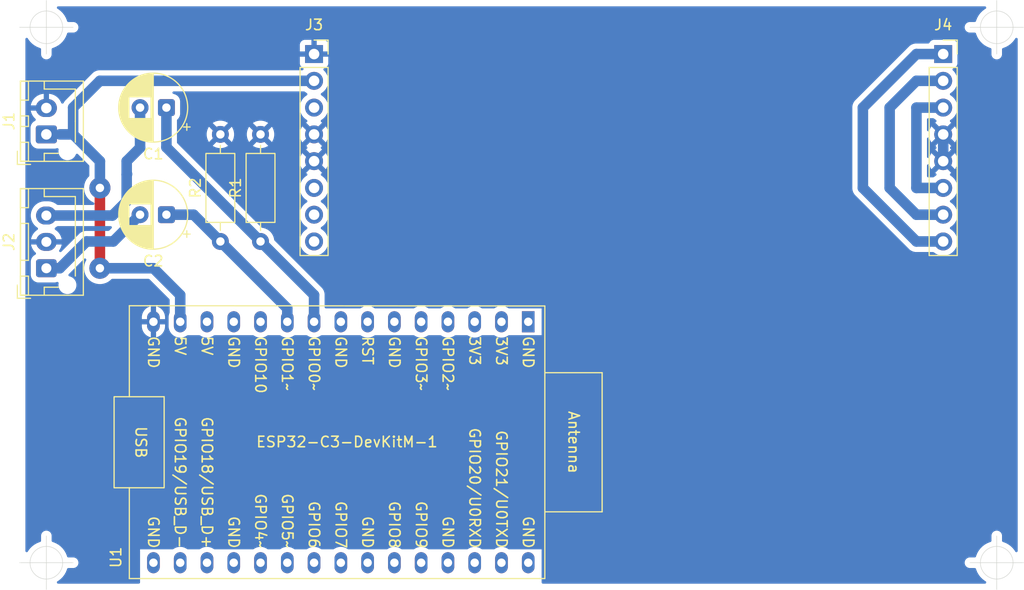
<source format=kicad_pcb>
(kicad_pcb (version 20241229) (generator "pcbnew") (generator_version "9.0")
  (layers (0 "F.Cu" signal) (2 "B.Cu" signal) (13 "F.Paste" user) (15 "B.Paste" user) (5 "F.SilkS" user "F.Silkscreen") (7 "B.SilkS" user "B.Silkscreen") (1 "F.Mask" user) (3 "B.Mask" user) (25 "Edge.Cuts" user))
  (net 0 "")
  (net 3 "3V3")
  (net 6 "5V")
  (net 8 "Net-(J2-Pin_3)")
  (net 16 "Net-(J2-Pin_1)")
  (net 17 "GND")
  (net 20 "Net-(J3-Pin_3)")
  (net 22 "Net-(J4-Pin_3)")
  (net 23 "Net-(J4-Pin_2)")
  (net 24 "Net-(J4-Pin_1)")
  (net 26 "Net-(U1-GPIO1)")
  (net 27 "Net-(U1-GPIO0)")
  (footprint "Resistor_THT:R_Axial_DIN0207_L6.3mm_D2.5mm_P10.16mm_Horizontal" (layer "F.Cu") (at 39.37 43.18 90)
    (property "Reference" "R2" (at 5.08 -2.37 90) (layer "F.SilkS"))
    (property "Value" "R")
    (fp_line (start 9.12 0) (end 8.35 0) (stroke (width 0.12)) (layer "F.SilkS"))
    (fp_line (start 1.04 0) (end 1.81 0) (stroke (width 0.12)) (layer "F.SilkS"))
    (fp_rect (start 1.81 -1.37) (end 8.35 1.37) (stroke (width 0.12)) (fill no) (layer "F.SilkS"))
    (pad "1" thru_hole circle (at 0 0 90) (size 1.6 1.6) (drill 0.8) (layers "*.Cu" "*.Mask") (net 26 "Net-(U1-GPIO1)"))
    (pad "2" thru_hole circle (at 10.16 0 90) (size 1.6 1.6) (drill 0.8) (layers "*.Cu" "*.Mask") (net 17 "GND"))
  )
  (footprint "Capacitor_THT:CP_Radial_D6.3mm_P2.50mm" (layer "F.Cu") (at 34.25 40.64 180)
    (property "Reference" "C2" (at 1.25 -4.4 0) (layer "F.SilkS"))
    (property "Value" "10 uF")
    (fp_line (start 4.49 -0.402) (end 4.49 0.402) (stroke (width 0.12)) (layer "F.SilkS"))
    (fp_line (start 4.45 -0.633) (end 4.45 0.633) (stroke (width 0.12)) (layer "F.SilkS"))
    (fp_line (start 4.41 -0.801) (end 4.41 0.801) (stroke (width 0.12)) (layer "F.SilkS"))
    (fp_line (start 4.37 -0.939) (end 4.37 0.939) (stroke (width 0.12)) (layer "F.SilkS"))
    (fp_line (start 4.33 -1.058) (end 4.33 1.058) (stroke (width 0.12)) (layer "F.SilkS"))
    (fp_line (start 4.29 -1.165) (end 4.29 1.165) (stroke (width 0.12)) (layer "F.SilkS"))
    (fp_line (start 4.25 -1.261) (end 4.25 1.261) (stroke (width 0.12)) (layer "F.SilkS"))
    (fp_line (start 4.21 -1.35) (end 4.21 1.35) (stroke (width 0.12)) (layer "F.SilkS"))
    (fp_line (start 4.17 -1.432) (end 4.17 1.432) (stroke (width 0.12)) (layer "F.SilkS"))
    (fp_line (start 4.13 -1.509) (end 4.13 1.509) (stroke (width 0.12)) (layer "F.SilkS"))
    (fp_line (start 4.09 -1.581) (end 4.09 1.581) (stroke (width 0.12)) (layer "F.SilkS"))
    (fp_line (start 4.05 -1.649) (end 4.05 1.649) (stroke (width 0.12)) (layer "F.SilkS"))
    (fp_line (start 4.01 -1.714) (end 4.01 1.714) (stroke (width 0.12)) (layer "F.SilkS"))
    (fp_line (start 3.97 -1.775) (end 3.97 1.775) (stroke (width 0.12)) (layer "F.SilkS"))
    (fp_line (start 3.93 -1.834) (end 3.93 1.834) (stroke (width 0.12)) (layer "F.SilkS"))
    (fp_line (start 3.89 -1.89) (end 3.89 1.89) (stroke (width 0.12)) (layer "F.SilkS"))
    (fp_line (start 3.85 -1.943) (end 3.85 1.943) (stroke (width 0.12)) (layer "F.SilkS"))
    (fp_line (start 3.81 -1.995) (end 3.81 1.995) (stroke (width 0.12)) (layer "F.SilkS"))
    (fp_line (start 3.77 -2.044) (end 3.77 2.044) (stroke (width 0.12)) (layer "F.SilkS"))
    (fp_line (start 3.73 -2.091) (end 3.73 2.091) (stroke (width 0.12)) (layer "F.SilkS"))
    (fp_line (start 3.69 -2.137) (end 3.69 2.137) (stroke (width 0.12)) (layer "F.SilkS"))
    (fp_line (start 3.65 -2.181) (end 3.65 2.181) (stroke (width 0.12)) (layer "F.SilkS"))
    (fp_line (start 3.61 -2.223) (end 3.61 2.223) (stroke (width 0.12)) (layer "F.SilkS"))
    (fp_line (start 3.57 -2.264) (end 3.57 2.264) (stroke (width 0.12)) (layer "F.SilkS"))
    (fp_line (start 3.53 1.04) (end 3.53 2.304) (stroke (width 0.12)) (layer "F.SilkS"))
    (fp_line (start 3.53 -2.304) (end 3.53 -1.04) (stroke (width 0.12)) (layer "F.SilkS"))
    (fp_line (start 3.49 1.04) (end 3.49 2.342) (stroke (width 0.12)) (layer "F.SilkS"))
    (fp_line (start 3.49 -2.342) (end 3.49 -1.04) (stroke (width 0.12)) (layer "F.SilkS"))
    (fp_line (start 3.45 1.04) (end 3.45 2.379) (stroke (width 0.12)) (layer "F.SilkS"))
    (fp_line (start 3.45 -2.379) (end 3.45 -1.04) (stroke (width 0.12)) (layer "F.SilkS"))
    (fp_line (start 3.41 1.04) (end 3.41 2.415) (stroke (width 0.12)) (layer "F.SilkS"))
    (fp_line (start 3.41 -2.415) (end 3.41 -1.04) (stroke (width 0.12)) (layer "F.SilkS"))
    (fp_line (start 3.37 1.04) (end 3.37 2.45) (stroke (width 0.12)) (layer "F.SilkS"))
    (fp_line (start 3.37 -2.45) (end 3.37 -1.04) (stroke (width 0.12)) (layer "F.SilkS"))
    (fp_line (start 3.33 1.04) (end 3.33 2.483) (stroke (width 0.12)) (layer "F.SilkS"))
    (fp_line (start 3.33 -2.483) (end 3.33 -1.04) (stroke (width 0.12)) (layer "F.SilkS"))
    (fp_line (start 3.29 1.04) (end 3.29 2.516) (stroke (width 0.12)) (layer "F.SilkS"))
    (fp_line (start 3.29 -2.516) (end 3.29 -1.04) (stroke (width 0.12)) (layer "F.SilkS"))
    (fp_line (start 3.25 1.04) (end 3.25 2.547) (stroke (width 0.12)) (layer "F.SilkS"))
    (fp_line (start 3.25 -2.547) (end 3.25 -1.04) (stroke (width 0.12)) (layer "F.SilkS"))
    (fp_line (start 3.21 1.04) (end 3.21 2.577) (stroke (width 0.12)) (layer "F.SilkS"))
    (fp_line (start 3.21 -2.577) (end 3.21 -1.04) (stroke (width 0.12)) (layer "F.SilkS"))
    (fp_line (start 3.17 1.04) (end 3.17 2.607) (stroke (width 0.12)) (layer "F.SilkS"))
    (fp_line (start 3.17 -2.607) (end 3.17 -1.04) (stroke (width 0.12)) (layer "F.SilkS"))
    (fp_line (start 3.13 1.04) (end 3.13 2.636) (stroke (width 0.12)) (layer "F.SilkS"))
    (fp_line (start 3.13 -2.636) (end 3.13 -1.04) (stroke (width 0.12)) (layer "F.SilkS"))
    (fp_line (start 3.09 1.04) (end 3.09 2.663) (stroke (width 0.12)) (layer "F.SilkS"))
    (fp_line (start 3.09 -2.663) (end 3.09 -1.04) (stroke (width 0.12)) (layer "F.SilkS"))
    (fp_line (start 3.05 1.04) (end 3.05 2.69) (stroke (width 0.12)) (layer "F.SilkS"))
    (fp_line (start 3.05 -2.69) (end 3.05 -1.04) (stroke (width 0.12)) (layer "F.SilkS"))
    (fp_line (start 3.01 1.04) (end 3.01 2.716) (stroke (width 0.12)) (layer "F.SilkS"))
    (fp_line (start 3.01 -2.716) (end 3.01 -1.04) (stroke (width 0.12)) (layer "F.SilkS"))
    (fp_line (start 2.97 1.04) (end 2.97 2.741) (stroke (width 0.12)) (layer "F.SilkS"))
    (fp_line (start 2.97 -2.741) (end 2.97 -1.04) (stroke (width 0.12)) (layer "F.SilkS"))
    (fp_line (start 2.93 1.04) (end 2.93 2.765) (stroke (width 0.12)) (layer "F.SilkS"))
    (fp_line (start 2.93 -2.765) (end 2.93 -1.04) (stroke (width 0.12)) (layer "F.SilkS"))
    (fp_line (start 2.89 1.04) (end 2.89 2.789) (stroke (width 0.12)) (layer "F.SilkS"))
    (fp_line (start 2.89 -2.789) (end 2.89 -1.04) (stroke (width 0.12)) (layer "F.SilkS"))
    (fp_line (start 2.85 1.04) (end 2.85 2.812) (stroke (width 0.12)) (layer "F.SilkS"))
    (fp_line (start 2.85 -2.812) (end 2.85 -1.04) (stroke (width 0.12)) (layer "F.SilkS"))
    (fp_line (start 2.81 1.04) (end 2.81 2.834) (stroke (width 0.12)) (layer "F.SilkS"))
    (fp_line (start 2.81 -2.834) (end 2.81 -1.04) (stroke (width 0.12)) (layer "F.SilkS"))
    (fp_line (start 2.77 1.04) (end 2.77 2.855) (stroke (width 0.12)) (layer "F.SilkS"))
    (fp_line (start 2.77 -2.855) (end 2.77 -1.04) (stroke (width 0.12)) (layer "F.SilkS"))
    (fp_line (start 2.73 1.04) (end 2.73 2.876) (stroke (width 0.12)) (layer "F.SilkS"))
    (fp_line (start 2.73 -2.876) (end 2.73 -1.04) (stroke (width 0.12)) (layer "F.SilkS"))
    (fp_line (start 2.69 1.04) (end 2.69 2.896) (stroke (width 0.12)) (layer "F.SilkS"))
    (fp_line (start 2.69 -2.896) (end 2.69 -1.04) (stroke (width 0.12)) (layer "F.SilkS"))
    (fp_line (start 2.65 1.04) (end 2.65 2.915) (stroke (width 0.12)) (layer "F.SilkS"))
    (fp_line (start 2.65 -2.915) (end 2.65 -1.04) (stroke (width 0.12)) (layer "F.SilkS"))
    (fp_line (start 2.61 1.04) (end 2.61 2.934) (stroke (width 0.12)) (layer "F.SilkS"))
    (fp_line (start 2.61 -2.934) (end 2.61 -1.04) (stroke (width 0.12)) (layer "F.SilkS"))
    (fp_line (start 2.57 1.04) (end 2.57 2.952) (stroke (width 0.12)) (layer "F.SilkS"))
    (fp_line (start 2.57 -2.952) (end 2.57 -1.04) (stroke (width 0.12)) (layer "F.SilkS"))
    (fp_line (start 2.53 1.04) (end 2.53 2.969) (stroke (width 0.12)) (layer "F.SilkS"))
    (fp_line (start 2.53 -2.969) (end 2.53 -1.04) (stroke (width 0.12)) (layer "F.SilkS"))
    (fp_line (start 2.49 1.04) (end 2.49 2.986) (stroke (width 0.12)) (layer "F.SilkS"))
    (fp_line (start 2.49 -2.986) (end 2.49 -1.04) (stroke (width 0.12)) (layer "F.SilkS"))
    (fp_line (start 2.45 1.04) (end 2.45 3.002) (stroke (width 0.12)) (layer "F.SilkS"))
    (fp_line (start 2.45 -3.002) (end 2.45 -1.04) (stroke (width 0.12)) (layer "F.SilkS"))
    (fp_line (start 2.41 1.04) (end 2.41 3.017) (stroke (width 0.12)) (layer "F.SilkS"))
    (fp_line (start 2.41 -3.017) (end 2.41 -1.04) (stroke (width 0.12)) (layer "F.SilkS"))
    (fp_line (start 2.37 1.04) (end 2.37 3.032) (stroke (width 0.12)) (layer "F.SilkS"))
    (fp_line (start 2.37 -3.032) (end 2.37 -1.04) (stroke (width 0.12)) (layer "F.SilkS"))
    (fp_line (start 2.33 1.04) (end 2.33 3.047) (stroke (width 0.12)) (layer "F.SilkS"))
    (fp_line (start 2.33 -3.047) (end 2.33 -1.04) (stroke (width 0.12)) (layer "F.SilkS"))
    (fp_line (start 2.29 1.04) (end 2.29 3.06) (stroke (width 0.12)) (layer "F.SilkS"))
    (fp_line (start 2.29 -3.06) (end 2.29 -1.04) (stroke (width 0.12)) (layer "F.SilkS"))
    (fp_line (start 2.25 1.04) (end 2.25 3.073) (stroke (width 0.12)) (layer "F.SilkS"))
    (fp_line (start 2.25 -3.073) (end 2.25 -1.04) (stroke (width 0.12)) (layer "F.SilkS"))
    (fp_line (start 2.21 1.04) (end 2.21 3.086) (stroke (width 0.12)) (layer "F.SilkS"))
    (fp_line (start 2.21 -3.086) (end 2.21 -1.04) (stroke (width 0.12)) (layer "F.SilkS"))
    (fp_line (start 2.17 1.04) (end 2.17 3.098) (stroke (width 0.12)) (layer "F.SilkS"))
    (fp_line (start 2.17 -3.098) (end 2.17 -1.04) (stroke (width 0.12)) (layer "F.SilkS"))
    (fp_line (start 2.13 1.04) (end 2.13 3.109) (stroke (width 0.12)) (layer "F.SilkS"))
    (fp_line (start 2.13 -3.109) (end 2.13 -1.04) (stroke (width 0.12)) (layer "F.SilkS"))
    (fp_line (start 2.09 1.04) (end 2.09 3.12) (stroke (width 0.12)) (layer "F.SilkS"))
    (fp_line (start 2.09 -3.12) (end 2.09 -1.04) (stroke (width 0.12)) (layer "F.SilkS"))
    (fp_line (start 2.05 1.04) (end 2.05 3.131) (stroke (width 0.12)) (layer "F.SilkS"))
    (fp_line (start 2.05 -3.131) (end 2.05 -1.04) (stroke (width 0.12)) (layer "F.SilkS"))
    (fp_line (start 2.01 1.04) (end 2.01 3.14) (stroke (width 0.12)) (layer "F.SilkS"))
    (fp_line (start 2.01 -3.14) (end 2.01 -1.04) (stroke (width 0.12)) (layer "F.SilkS"))
    (fp_line (start 1.97 1.04) (end 1.97 3.15) (stroke (width 0.12)) (layer "F.SilkS"))
    (fp_line (start 1.97 -3.15) (end 1.97 -1.04) (stroke (width 0.12)) (layer "F.SilkS"))
    (fp_line (start 1.93 1.04) (end 1.93 3.159) (stroke (width 0.12)) (layer "F.SilkS"))
    (fp_line (start 1.93 -3.159) (end 1.93 -1.04) (stroke (width 0.12)) (layer "F.SilkS"))
    (fp_line (start 1.89 1.04) (end 1.89 3.167) (stroke (width 0.12)) (layer "F.SilkS"))
    (fp_line (start 1.89 -3.167) (end 1.89 -1.04) (stroke (width 0.12)) (layer "F.SilkS"))
    (fp_line (start 1.85 1.04) (end 1.85 3.174) (stroke (width 0.12)) (layer "F.SilkS"))
    (fp_line (start 1.85 -3.174) (end 1.85 -1.04) (stroke (width 0.12)) (layer "F.SilkS"))
    (fp_line (start 1.81 1.04) (end 1.81 3.182) (stroke (width 0.12)) (layer "F.SilkS"))
    (fp_line (start 1.81 -3.182) (end 1.81 -1.04) (stroke (width 0.12)) (layer "F.SilkS"))
    (fp_line (start 1.77 1.04) (end 1.77 3.188) (stroke (width 0.12)) (layer "F.SilkS"))
    (fp_line (start 1.77 -3.188) (end 1.77 -1.04) (stroke (width 0.12)) (layer "F.SilkS"))
    (fp_line (start 1.73 1.04) (end 1.73 3.195) (stroke (width 0.12)) (layer "F.SilkS"))
    (fp_line (start 1.73 -3.195) (end 1.73 -1.04) (stroke (width 0.12)) (layer "F.SilkS"))
    (fp_line (start 1.69 1.04) (end 1.69 3.2) (stroke (width 0.12)) (layer "F.SilkS"))
    (fp_line (start 1.69 -3.2) (end 1.69 -1.04) (stroke (width 0.12)) (layer "F.SilkS"))
    (fp_line (start 1.65 1.04) (end 1.65 3.205) (stroke (width 0.12)) (layer "F.SilkS"))
    (fp_line (start 1.65 -3.205) (end 1.65 -1.04) (stroke (width 0.12)) (layer "F.SilkS"))
    (fp_line (start 1.61 1.04) (end 1.61 3.21) (stroke (width 0.12)) (layer "F.SilkS"))
    (fp_line (start 1.61 -3.21) (end 1.61 -1.04) (stroke (width 0.12)) (layer "F.SilkS"))
    (fp_line (start 1.57 1.04) (end 1.57 3.214) (stroke (width 0.12)) (layer "F.SilkS"))
    (fp_line (start 1.57 -3.214) (end 1.57 -1.04) (stroke (width 0.12)) (layer "F.SilkS"))
    (fp_line (start 1.53 1.04) (end 1.53 3.218) (stroke (width 0.12)) (layer "F.SilkS"))
    (fp_line (start 1.53 -3.218) (end 1.53 -1.04) (stroke (width 0.12)) (layer "F.SilkS"))
    (fp_line (start 1.49 1.04) (end 1.49 3.221) (stroke (width 0.12)) (layer "F.SilkS"))
    (fp_line (start 1.49 -3.221) (end 1.49 -1.04) (stroke (width 0.12)) (layer "F.SilkS"))
    (fp_line (start 1.45 -3.224) (end 1.45 3.224) (stroke (width 0.12)) (layer "F.SilkS"))
    (fp_line (start 1.41 -3.226) (end 1.41 3.226) (stroke (width 0.12)) (layer "F.SilkS"))
    (fp_line (start 1.37 -3.228) (end 1.37 3.228) (stroke (width 0.12)) (layer "F.SilkS"))
    (fp_line (start 1.33 -3.229) (end 1.33 3.229) (stroke (width 0.12)) (layer "F.SilkS"))
    (fp_line (start 1.29 -3.23) (end 1.29 3.23) (stroke (width 0.12)) (layer "F.SilkS"))
    (fp_line (start 1.25 -3.23) (end 1.25 3.23) (stroke (width 0.12)) (layer "F.SilkS"))
    (fp_line (start -1.935241 -2.154) (end -1.935241 -1.524) (stroke (width 0.12)) (layer "F.SilkS"))
    (fp_line (start -2.250241 -1.839) (end -1.620241 -1.839) (stroke (width 0.12)) (layer "F.SilkS"))
    (fp_circle (center 1.25 0) (end 4.52 0) (stroke (width 0.12)) (fill no) (layer "F.SilkS"))
    (pad "1" thru_hole roundrect (at 0 0 180) (size 1.6 1.6) (drill 0.8) (layers "*.Cu" "*.Mask") (roundrect_rratio 0.15625) (net 26 "Net-(U1-GPIO1)"))
    (pad "2" thru_hole circle (at 2.5 0 180) (size 1.6 1.6) (drill 0.8) (layers "*.Cu" "*.Mask") (net 16 "Net-(J2-Pin_1)"))
  )
  (footprint "Connector_JST:JST_XH_B3B-XH-AM_1x03_P2.50mm_Vertical" (layer "F.Cu") (at 22.86 45.72 90)
    (property "Reference" "J2" (at 2.5 -3.55 90) (layer "F.SilkS"))
    (property "Value" "Conn_01x03_Pin")
    (fp_line (start -1.6 -2.75) (end -2.85 -2.75) (stroke (width 0.12)) (layer "F.SilkS"))
    (fp_line (start -2.85 -2.75) (end -2.85 -1.5) (stroke (width 0.12)) (layer "F.SilkS"))
    (fp_line (start 7.56 -2.46) (end -2.56 -2.46) (stroke (width 0.12)) (layer "F.SilkS"))
    (fp_line (start -2.56 -2.46) (end -2.56 3.51) (stroke (width 0.12)) (layer "F.SilkS"))
    (fp_line (start 7.55 -2.45) (end 5.75 -2.45) (stroke (width 0.12)) (layer "F.SilkS"))
    (fp_line (start 5.75 -2.45) (end 5.75 -1.7) (stroke (width 0.12)) (layer "F.SilkS"))
    (fp_line (start 4.25 -2.45) (end 0.75 -2.45) (stroke (width 0.12)) (layer "F.SilkS"))
    (fp_line (start 0.75 -2.45) (end 0.75 -1.7) (stroke (width 0.12)) (layer "F.SilkS"))
    (fp_line (start -0.75 -2.45) (end -2.55 -2.45) (stroke (width 0.12)) (layer "F.SilkS"))
    (fp_line (start -2.55 -2.45) (end -2.55 -1.7) (stroke (width 0.12)) (layer "F.SilkS"))
    (fp_line (start 7.55 -1.7) (end 7.55 -2.45) (stroke (width 0.12)) (layer "F.SilkS"))
    (fp_line (start 5.75 -1.7) (end 7.55 -1.7) (stroke (width 0.12)) (layer "F.SilkS"))
    (fp_line (start 4.25 -1.7) (end 4.25 -2.45) (stroke (width 0.12)) (layer "F.SilkS"))
    (fp_line (start 0.75 -1.7) (end 4.25 -1.7) (stroke (width 0.12)) (layer "F.SilkS"))
    (fp_line (start -0.75 -1.7) (end -0.75 -2.45) (stroke (width 0.12)) (layer "F.SilkS"))
    (fp_line (start -2.55 -1.7) (end -0.75 -1.7) (stroke (width 0.12)) (layer "F.SilkS"))
    (fp_line (start 7.55 -0.2) (end 6.8 -0.2) (stroke (width 0.12)) (layer "F.SilkS"))
    (fp_line (start 6.8 -0.2) (end 6.8 2.75) (stroke (width 0.12)) (layer "F.SilkS"))
    (fp_line (start -1.8 -0.2) (end -1.8 1.14) (stroke (width 0.12)) (layer "F.SilkS"))
    (fp_line (start -2.55 -0.2) (end -1.8 -0.2) (stroke (width 0.12)) (layer "F.SilkS"))
    (fp_line (start 6.8 2.75) (end 2.5 2.75) (stroke (width 0.12)) (layer "F.SilkS"))
    (fp_line (start 2.5 2.75) (end -0.74 2.75) (stroke (width 0.12)) (layer "F.SilkS"))
    (fp_line (start 7.56 3.51) (end 7.56 -2.46) (stroke (width 0.12)) (layer "F.SilkS"))
    (fp_line (start -2.56 3.51) (end 7.56 3.51) (stroke (width 0.12)) (layer "F.SilkS"))
    (pad "" np_thru_hole circle (at -1.6 2 90) (size 1.2 1.2) (drill 1.2) (layers "*.Cu" "*.Mask"))
    (pad "1" thru_hole roundrect (at 0 0 90) (size 1.7 1.95) (drill 0.95) (layers "*.Cu" "*.Mask") (roundrect_rratio 0.147059) (net 16 "Net-(J2-Pin_1)"))
    (pad "2" thru_hole oval (at 2.5 0 90) (size 1.7 1.95) (drill 0.95) (layers "*.Cu" "*.Mask") (net 17 "GND"))
    (pad "3" thru_hole oval (at 5 0 90) (size 1.7 1.95) (drill 0.95) (layers "*.Cu" "*.Mask") (net 8 "Net-(J2-Pin_3)"))
  )
  (footprint "Connector_PinSocket_2.54mm:PinSocket_1x08_P2.54mm_Vertical" (layer "F.Cu") (at 107.95 25.4)
    (property "Reference" "J4" (at 0 -2.77 0) (layer "F.SilkS"))
    (property "Value" "Conn_01x08_Socket")
    (fp_line (start -1.33 1.27) (end -1.33 19.11) (stroke (width 0.12)) (layer "F.SilkS"))
    (fp_line (start -1.33 1.27) (end 1.33 1.27) (stroke (width 0.12)) (layer "F.SilkS"))
    (fp_line (start -1.33 19.11) (end 1.33 19.11) (stroke (width 0.12)) (layer "F.SilkS"))
    (fp_line (start 0 -1.33) (end 1.33 -1.33) (stroke (width 0.12)) (layer "F.SilkS"))
    (fp_line (start 1.33 -1.33) (end 1.33 0) (stroke (width 0.12)) (layer "F.SilkS"))
    (fp_line (start 1.33 1.27) (end 1.33 19.11) (stroke (width 0.12)) (layer "F.SilkS"))
    (pad "1" thru_hole rect (at 0 0) (size 1.7 1.7) (drill 1) (layers "*.Cu" "*.Mask") (net 24 "Net-(J4-Pin_1)"))
    (pad "2" thru_hole circle (at 0 2.54) (size 1.7 1.7) (drill 1) (layers "*.Cu" "*.Mask") (net 23 "Net-(J4-Pin_2)"))
    (pad "3" thru_hole circle (at 0 5.08) (size 1.7 1.7) (drill 1) (layers "*.Cu" "*.Mask") (net 22 "Net-(J4-Pin_3)"))
    (pad "4" thru_hole circle (at 0 7.62) (size 1.7 1.7) (drill 1) (layers "*.Cu" "*.Mask") (net 17 "GND"))
    (pad "5" thru_hole circle (at 0 10.16) (size 1.7 1.7) (drill 1) (layers "*.Cu" "*.Mask") (net 17 "GND"))
    (pad "6" thru_hole circle (at 0 12.7) (size 1.7 1.7) (drill 1) (layers "*.Cu" "*.Mask") (net 22 "Net-(J4-Pin_3)"))
    (pad "7" thru_hole circle (at 0 15.24) (size 1.7 1.7) (drill 1) (layers "*.Cu" "*.Mask") (net 23 "Net-(J4-Pin_2)"))
    (pad "8" thru_hole circle (at 0 17.78) (size 1.7 1.7) (drill 1) (layers "*.Cu" "*.Mask") (net 24 "Net-(J4-Pin_1)"))
  )
  (footprint "Connector_PinSocket_2.54mm:PinSocket_1x08_P2.54mm_Vertical" (layer "F.Cu") (at 48.26 25.4)
    (property "Reference" "J3" (at 0 -2.77 0) (layer "F.SilkS"))
    (property "Value" "Conn_01x08_Socket")
    (fp_line (start -1.33 1.27) (end -1.33 19.11) (stroke (width 0.12)) (layer "F.SilkS"))
    (fp_line (start -1.33 1.27) (end 1.33 1.27) (stroke (width 0.12)) (layer "F.SilkS"))
    (fp_line (start -1.33 19.11) (end 1.33 19.11) (stroke (width 0.12)) (layer "F.SilkS"))
    (fp_line (start 0 -1.33) (end 1.33 -1.33) (stroke (width 0.12)) (layer "F.SilkS"))
    (fp_line (start 1.33 -1.33) (end 1.33 0) (stroke (width 0.12)) (layer "F.SilkS"))
    (fp_line (start 1.33 1.27) (end 1.33 19.11) (stroke (width 0.12)) (layer "F.SilkS"))
    (pad "1" thru_hole rect (at 0 0) (size 1.7 1.7) (drill 1) (layers "*.Cu" "*.Mask") (net 17 "GND"))
    (pad "2" thru_hole circle (at 0 2.54) (size 1.7 1.7) (drill 1) (layers "*.Cu" "*.Mask") (net 6 "5V"))
    (pad "3" thru_hole circle (at 0 5.08) (size 1.7 1.7) (drill 1) (layers "*.Cu" "*.Mask") (net 20 "Net-(J3-Pin_3)"))
    (pad "4" thru_hole circle (at 0 7.62) (size 1.7 1.7) (drill 1) (layers "*.Cu" "*.Mask") (net 17 "GND"))
    (pad "5" thru_hole circle (at 0 10.16) (size 1.7 1.7) (drill 1) (layers "*.Cu" "*.Mask") (net 17 "GND"))
    (pad "6" thru_hole circle (at 0 12.7) (size 1.7 1.7) (drill 1) (layers "*.Cu" "*.Mask"))
    (pad "7" thru_hole circle (at 0 15.24) (size 1.7 1.7) (drill 1) (layers "*.Cu" "*.Mask"))
    (pad "8" thru_hole circle (at 0 17.78) (size 1.7 1.7) (drill 1) (layers "*.Cu" "*.Mask"))
  )
  (footprint "Capacitor_THT:CP_Radial_D6.3mm_P2.50mm" (layer "F.Cu") (at 34.25 30.48 180)
    (property "Reference" "C1" (at 1.25 -4.4 0) (layer "F.SilkS"))
    (property "Value" "10 uF")
    (fp_line (start 4.49 -0.402) (end 4.49 0.402) (stroke (width 0.12)) (layer "F.SilkS"))
    (fp_line (start 4.45 -0.633) (end 4.45 0.633) (stroke (width 0.12)) (layer "F.SilkS"))
    (fp_line (start 4.41 -0.801) (end 4.41 0.801) (stroke (width 0.12)) (layer "F.SilkS"))
    (fp_line (start 4.37 -0.939) (end 4.37 0.939) (stroke (width 0.12)) (layer "F.SilkS"))
    (fp_line (start 4.33 -1.058) (end 4.33 1.058) (stroke (width 0.12)) (layer "F.SilkS"))
    (fp_line (start 4.29 -1.165) (end 4.29 1.165) (stroke (width 0.12)) (layer "F.SilkS"))
    (fp_line (start 4.25 -1.261) (end 4.25 1.261) (stroke (width 0.12)) (layer "F.SilkS"))
    (fp_line (start 4.21 -1.35) (end 4.21 1.35) (stroke (width 0.12)) (layer "F.SilkS"))
    (fp_line (start 4.17 -1.432) (end 4.17 1.432) (stroke (width 0.12)) (layer "F.SilkS"))
    (fp_line (start 4.13 -1.509) (end 4.13 1.509) (stroke (width 0.12)) (layer "F.SilkS"))
    (fp_line (start 4.09 -1.581) (end 4.09 1.581) (stroke (width 0.12)) (layer "F.SilkS"))
    (fp_line (start 4.05 -1.649) (end 4.05 1.649) (stroke (width 0.12)) (layer "F.SilkS"))
    (fp_line (start 4.01 -1.714) (end 4.01 1.714) (stroke (width 0.12)) (layer "F.SilkS"))
    (fp_line (start 3.97 -1.775) (end 3.97 1.775) (stroke (width 0.12)) (layer "F.SilkS"))
    (fp_line (start 3.93 -1.834) (end 3.93 1.834) (stroke (width 0.12)) (layer "F.SilkS"))
    (fp_line (start 3.89 -1.89) (end 3.89 1.89) (stroke (width 0.12)) (layer "F.SilkS"))
    (fp_line (start 3.85 -1.943) (end 3.85 1.943) (stroke (width 0.12)) (layer "F.SilkS"))
    (fp_line (start 3.81 -1.995) (end 3.81 1.995) (stroke (width 0.12)) (layer "F.SilkS"))
    (fp_line (start 3.77 -2.044) (end 3.77 2.044) (stroke (width 0.12)) (layer "F.SilkS"))
    (fp_line (start 3.73 -2.091) (end 3.73 2.091) (stroke (width 0.12)) (layer "F.SilkS"))
    (fp_line (start 3.69 -2.137) (end 3.69 2.137) (stroke (width 0.12)) (layer "F.SilkS"))
    (fp_line (start 3.65 -2.181) (end 3.65 2.181) (stroke (width 0.12)) (layer "F.SilkS"))
    (fp_line (start 3.61 -2.223) (end 3.61 2.223) (stroke (width 0.12)) (layer "F.SilkS"))
    (fp_line (start 3.57 -2.264) (end 3.57 2.264) (stroke (width 0.12)) (layer "F.SilkS"))
    (fp_line (start 3.53 1.04) (end 3.53 2.304) (stroke (width 0.12)) (layer "F.SilkS"))
    (fp_line (start 3.53 -2.304) (end 3.53 -1.04) (stroke (width 0.12)) (layer "F.SilkS"))
    (fp_line (start 3.49 1.04) (end 3.49 2.342) (stroke (width 0.12)) (layer "F.SilkS"))
    (fp_line (start 3.49 -2.342) (end 3.49 -1.04) (stroke (width 0.12)) (layer "F.SilkS"))
    (fp_line (start 3.45 1.04) (end 3.45 2.379) (stroke (width 0.12)) (layer "F.SilkS"))
    (fp_line (start 3.45 -2.379) (end 3.45 -1.04) (stroke (width 0.12)) (layer "F.SilkS"))
    (fp_line (start 3.41 1.04) (end 3.41 2.415) (stroke (width 0.12)) (layer "F.SilkS"))
    (fp_line (start 3.41 -2.415) (end 3.41 -1.04) (stroke (width 0.12)) (layer "F.SilkS"))
    (fp_line (start 3.37 1.04) (end 3.37 2.45) (stroke (width 0.12)) (layer "F.SilkS"))
    (fp_line (start 3.37 -2.45) (end 3.37 -1.04) (stroke (width 0.12)) (layer "F.SilkS"))
    (fp_line (start 3.33 1.04) (end 3.33 2.483) (stroke (width 0.12)) (layer "F.SilkS"))
    (fp_line (start 3.33 -2.483) (end 3.33 -1.04) (stroke (width 0.12)) (layer "F.SilkS"))
    (fp_line (start 3.29 1.04) (end 3.29 2.516) (stroke (width 0.12)) (layer "F.SilkS"))
    (fp_line (start 3.29 -2.516) (end 3.29 -1.04) (stroke (width 0.12)) (layer "F.SilkS"))
    (fp_line (start 3.25 1.04) (end 3.25 2.547) (stroke (width 0.12)) (layer "F.SilkS"))
    (fp_line (start 3.25 -2.547) (end 3.25 -1.04) (stroke (width 0.12)) (layer "F.SilkS"))
    (fp_line (start 3.21 1.04) (end 3.21 2.577) (stroke (width 0.12)) (layer "F.SilkS"))
    (fp_line (start 3.21 -2.577) (end 3.21 -1.04) (stroke (width 0.12)) (layer "F.SilkS"))
    (fp_line (start 3.17 1.04) (end 3.17 2.607) (stroke (width 0.12)) (layer "F.SilkS"))
    (fp_line (start 3.17 -2.607) (end 3.17 -1.04) (stroke (width 0.12)) (layer "F.SilkS"))
    (fp_line (start 3.13 1.04) (end 3.13 2.636) (stroke (width 0.12)) (layer "F.SilkS"))
    (fp_line (start 3.13 -2.636) (end 3.13 -1.04) (stroke (width 0.12)) (layer "F.SilkS"))
    (fp_line (start 3.09 1.04) (end 3.09 2.663) (stroke (width 0.12)) (layer "F.SilkS"))
    (fp_line (start 3.09 -2.663) (end 3.09 -1.04) (stroke (width 0.12)) (layer "F.SilkS"))
    (fp_line (start 3.05 1.04) (end 3.05 2.69) (stroke (width 0.12)) (layer "F.SilkS"))
    (fp_line (start 3.05 -2.69) (end 3.05 -1.04) (stroke (width 0.12)) (layer "F.SilkS"))
    (fp_line (start 3.01 1.04) (end 3.01 2.716) (stroke (width 0.12)) (layer "F.SilkS"))
    (fp_line (start 3.01 -2.716) (end 3.01 -1.04) (stroke (width 0.12)) (layer "F.SilkS"))
    (fp_line (start 2.97 1.04) (end 2.97 2.741) (stroke (width 0.12)) (layer "F.SilkS"))
    (fp_line (start 2.97 -2.741) (end 2.97 -1.04) (stroke (width 0.12)) (layer "F.SilkS"))
    (fp_line (start 2.93 1.04) (end 2.93 2.765) (stroke (width 0.12)) (layer "F.SilkS"))
    (fp_line (start 2.93 -2.765) (end 2.93 -1.04) (stroke (width 0.12)) (layer "F.SilkS"))
    (fp_line (start 2.89 1.04) (end 2.89 2.789) (stroke (width 0.12)) (layer "F.SilkS"))
    (fp_line (start 2.89 -2.789) (end 2.89 -1.04) (stroke (width 0.12)) (layer "F.SilkS"))
    (fp_line (start 2.85 1.04) (end 2.85 2.812) (stroke (width 0.12)) (layer "F.SilkS"))
    (fp_line (start 2.85 -2.812) (end 2.85 -1.04) (stroke (width 0.12)) (layer "F.SilkS"))
    (fp_line (start 2.81 1.04) (end 2.81 2.834) (stroke (width 0.12)) (layer "F.SilkS"))
    (fp_line (start 2.81 -2.834) (end 2.81 -1.04) (stroke (width 0.12)) (layer "F.SilkS"))
    (fp_line (start 2.77 1.04) (end 2.77 2.855) (stroke (width 0.12)) (layer "F.SilkS"))
    (fp_line (start 2.77 -2.855) (end 2.77 -1.04) (stroke (width 0.12)) (layer "F.SilkS"))
    (fp_line (start 2.73 1.04) (end 2.73 2.876) (stroke (width 0.12)) (layer "F.SilkS"))
    (fp_line (start 2.73 -2.876) (end 2.73 -1.04) (stroke (width 0.12)) (layer "F.SilkS"))
    (fp_line (start 2.69 1.04) (end 2.69 2.896) (stroke (width 0.12)) (layer "F.SilkS"))
    (fp_line (start 2.69 -2.896) (end 2.69 -1.04) (stroke (width 0.12)) (layer "F.SilkS"))
    (fp_line (start 2.65 1.04) (end 2.65 2.915) (stroke (width 0.12)) (layer "F.SilkS"))
    (fp_line (start 2.65 -2.915) (end 2.65 -1.04) (stroke (width 0.12)) (layer "F.SilkS"))
    (fp_line (start 2.61 1.04) (end 2.61 2.934) (stroke (width 0.12)) (layer "F.SilkS"))
    (fp_line (start 2.61 -2.934) (end 2.61 -1.04) (stroke (width 0.12)) (layer "F.SilkS"))
    (fp_line (start 2.57 1.04) (end 2.57 2.952) (stroke (width 0.12)) (layer "F.SilkS"))
    (fp_line (start 2.57 -2.952) (end 2.57 -1.04) (stroke (width 0.12)) (layer "F.SilkS"))
    (fp_line (start 2.53 1.04) (end 2.53 2.969) (stroke (width 0.12)) (layer "F.SilkS"))
    (fp_line (start 2.53 -2.969) (end 2.53 -1.04) (stroke (width 0.12)) (layer "F.SilkS"))
    (fp_line (start 2.49 1.04) (end 2.49 2.986) (stroke (width 0.12)) (layer "F.SilkS"))
    (fp_line (start 2.49 -2.986) (end 2.49 -1.04) (stroke (width 0.12)) (layer "F.SilkS"))
    (fp_line (start 2.45 1.04) (end 2.45 3.002) (stroke (width 0.12)) (layer "F.SilkS"))
    (fp_line (start 2.45 -3.002) (end 2.45 -1.04) (stroke (width 0.12)) (layer "F.SilkS"))
    (fp_line (start 2.41 1.04) (end 2.41 3.017) (stroke (width 0.12)) (layer "F.SilkS"))
    (fp_line (start 2.41 -3.017) (end 2.41 -1.04) (stroke (width 0.12)) (layer "F.SilkS"))
    (fp_line (start 2.37 1.04) (end 2.37 3.032) (stroke (width 0.12)) (layer "F.SilkS"))
    (fp_line (start 2.37 -3.032) (end 2.37 -1.04) (stroke (width 0.12)) (layer "F.SilkS"))
    (fp_line (start 2.33 1.04) (end 2.33 3.047) (stroke (width 0.12)) (layer "F.SilkS"))
    (fp_line (start 2.33 -3.047) (end 2.33 -1.04) (stroke (width 0.12)) (layer "F.SilkS"))
    (fp_line (start 2.29 1.04) (end 2.29 3.06) (stroke (width 0.12)) (layer "F.SilkS"))
    (fp_line (start 2.29 -3.06) (end 2.29 -1.04) (stroke (width 0.12)) (layer "F.SilkS"))
    (fp_line (start 2.25 1.04) (end 2.25 3.073) (stroke (width 0.12)) (layer "F.SilkS"))
    (fp_line (start 2.25 -3.073) (end 2.25 -1.04) (stroke (width 0.12)) (layer "F.SilkS"))
    (fp_line (start 2.21 1.04) (end 2.21 3.086) (stroke (width 0.12)) (layer "F.SilkS"))
    (fp_line (start 2.21 -3.086) (end 2.21 -1.04) (stroke (width 0.12)) (layer "F.SilkS"))
    (fp_line (start 2.17 1.04) (end 2.17 3.098) (stroke (width 0.12)) (layer "F.SilkS"))
    (fp_line (start 2.17 -3.098) (end 2.17 -1.04) (stroke (width 0.12)) (layer "F.SilkS"))
    (fp_line (start 2.13 1.04) (end 2.13 3.109) (stroke (width 0.12)) (layer "F.SilkS"))
    (fp_line (start 2.13 -3.109) (end 2.13 -1.04) (stroke (width 0.12)) (layer "F.SilkS"))
    (fp_line (start 2.09 1.04) (end 2.09 3.12) (stroke (width 0.12)) (layer "F.SilkS"))
    (fp_line (start 2.09 -3.12) (end 2.09 -1.04) (stroke (width 0.12)) (layer "F.SilkS"))
    (fp_line (start 2.05 1.04) (end 2.05 3.131) (stroke (width 0.12)) (layer "F.SilkS"))
    (fp_line (start 2.05 -3.131) (end 2.05 -1.04) (stroke (width 0.12)) (layer "F.SilkS"))
    (fp_line (start 2.01 1.04) (end 2.01 3.14) (stroke (width 0.12)) (layer "F.SilkS"))
    (fp_line (start 2.01 -3.14) (end 2.01 -1.04) (stroke (width 0.12)) (layer "F.SilkS"))
    (fp_line (start 1.97 1.04) (end 1.97 3.15) (stroke (width 0.12)) (layer "F.SilkS"))
    (fp_line (start 1.97 -3.15) (end 1.97 -1.04) (stroke (width 0.12)) (layer "F.SilkS"))
    (fp_line (start 1.93 1.04) (end 1.93 3.159) (stroke (width 0.12)) (layer "F.SilkS"))
    (fp_line (start 1.93 -3.159) (end 1.93 -1.04) (stroke (width 0.12)) (layer "F.SilkS"))
    (fp_line (start 1.89 1.04) (end 1.89 3.167) (stroke (width 0.12)) (layer "F.SilkS"))
    (fp_line (start 1.89 -3.167) (end 1.89 -1.04) (stroke (width 0.12)) (layer "F.SilkS"))
    (fp_line (start 1.85 1.04) (end 1.85 3.174) (stroke (width 0.12)) (layer "F.SilkS"))
    (fp_line (start 1.85 -3.174) (end 1.85 -1.04) (stroke (width 0.12)) (layer "F.SilkS"))
    (fp_line (start 1.81 1.04) (end 1.81 3.182) (stroke (width 0.12)) (layer "F.SilkS"))
    (fp_line (start 1.81 -3.182) (end 1.81 -1.04) (stroke (width 0.12)) (layer "F.SilkS"))
    (fp_line (start 1.77 1.04) (end 1.77 3.188) (stroke (width 0.12)) (layer "F.SilkS"))
    (fp_line (start 1.77 -3.188) (end 1.77 -1.04) (stroke (width 0.12)) (layer "F.SilkS"))
    (fp_line (start 1.73 1.04) (end 1.73 3.195) (stroke (width 0.12)) (layer "F.SilkS"))
    (fp_line (start 1.73 -3.195) (end 1.73 -1.04) (stroke (width 0.12)) (layer "F.SilkS"))
    (fp_line (start 1.69 1.04) (end 1.69 3.2) (stroke (width 0.12)) (layer "F.SilkS"))
    (fp_line (start 1.69 -3.2) (end 1.69 -1.04) (stroke (width 0.12)) (layer "F.SilkS"))
    (fp_line (start 1.65 1.04) (end 1.65 3.205) (stroke (width 0.12)) (layer "F.SilkS"))
    (fp_line (start 1.65 -3.205) (end 1.65 -1.04) (stroke (width 0.12)) (layer "F.SilkS"))
    (fp_line (start 1.61 1.04) (end 1.61 3.21) (stroke (width 0.12)) (layer "F.SilkS"))
    (fp_line (start 1.61 -3.21) (end 1.61 -1.04) (stroke (width 0.12)) (layer "F.SilkS"))
    (fp_line (start 1.57 1.04) (end 1.57 3.214) (stroke (width 0.12)) (layer "F.SilkS"))
    (fp_line (start 1.57 -3.214) (end 1.57 -1.04) (stroke (width 0.12)) (layer "F.SilkS"))
    (fp_line (start 1.53 1.04) (end 1.53 3.218) (stroke (width 0.12)) (layer "F.SilkS"))
    (fp_line (start 1.53 -3.218) (end 1.53 -1.04) (stroke (width 0.12)) (layer "F.SilkS"))
    (fp_line (start 1.49 1.04) (end 1.49 3.221) (stroke (width 0.12)) (layer "F.SilkS"))
    (fp_line (start 1.49 -3.221) (end 1.49 -1.04) (stroke (width 0.12)) (layer "F.SilkS"))
    (fp_line (start 1.45 -3.224) (end 1.45 3.224) (stroke (width 0.12)) (layer "F.SilkS"))
    (fp_line (start 1.41 -3.226) (end 1.41 3.226) (stroke (width 0.12)) (layer "F.SilkS"))
    (fp_line (start 1.37 -3.228) (end 1.37 3.228) (stroke (width 0.12)) (layer "F.SilkS"))
    (fp_line (start 1.33 -3.229) (end 1.33 3.229) (stroke (width 0.12)) (layer "F.SilkS"))
    (fp_line (start 1.29 -3.23) (end 1.29 3.23) (stroke (width 0.12)) (layer "F.SilkS"))
    (fp_line (start 1.25 -3.23) (end 1.25 3.23) (stroke (width 0.12)) (layer "F.SilkS"))
    (fp_line (start -1.935241 -2.154) (end -1.935241 -1.524) (stroke (width 0.12)) (layer "F.SilkS"))
    (fp_line (start -2.250241 -1.839) (end -1.620241 -1.839) (stroke (width 0.12)) (layer "F.SilkS"))
    (fp_circle (center 1.25 0) (end 4.52 0) (stroke (width 0.12)) (fill no) (layer "F.SilkS"))
    (pad "1" thru_hole roundrect (at 0 0 180) (size 1.6 1.6) (drill 0.8) (layers "*.Cu" "*.Mask") (roundrect_rratio 0.15625) (net 27 "Net-(U1-GPIO0)"))
    (pad "2" thru_hole circle (at 2.5 0 180) (size 1.6 1.6) (drill 0.8) (layers "*.Cu" "*.Mask") (net 8 "Net-(J2-Pin_3)"))
  )
  (footprint "Resistor_THT:R_Axial_DIN0207_L6.3mm_D2.5mm_P10.16mm_Horizontal" (layer "F.Cu") (at 43.18 43.18 90)
    (property "Reference" "R1" (at 5.08 -2.37 90) (layer "F.SilkS"))
    (property "Value" "R")
    (fp_line (start 9.12 0) (end 8.35 0) (stroke (width 0.12)) (layer "F.SilkS"))
    (fp_line (start 1.04 0) (end 1.81 0) (stroke (width 0.12)) (layer "F.SilkS"))
    (fp_rect (start 1.81 -1.37) (end 8.35 1.37) (stroke (width 0.12)) (fill no) (layer "F.SilkS"))
    (pad "1" thru_hole circle (at 0 0 90) (size 1.6 1.6) (drill 0.8) (layers "*.Cu" "*.Mask") (net 27 "Net-(U1-GPIO0)"))
    (pad "2" thru_hole circle (at 10.16 0 90) (size 1.6 1.6) (drill 0.8) (layers "*.Cu" "*.Mask") (net 17 "GND"))
  )
  (footprint "PCM_Espressif:ESP32-C3-DevKitM-1" (layer "F.Cu") (at 68.58 50.8 -90)
    (property "Reference" "U1" (at 22.352 39.116 90) (layer "F.SilkS"))
    (property "Value" "ESP32-C3-DevKitM-1" (at 11.4 17.2 0) (layer "F.SilkS"))
    (fp_line (start -1.524 37.846) (end 7.112 37.846) (stroke (width 0.12)) (layer "F.SilkS"))
    (fp_line (start 24.359999 37.846) (end 15.748 37.846) (stroke (width 0.12)) (layer "F.SilkS"))
    (fp_line (start 24.359999 37.846) (end 24.36 -1.575) (stroke (width 0.12)) (layer "F.SilkS"))
    (fp_line (start -1.5 -1.575) (end -1.524 37.846) (stroke (width 0.12)) (layer "F.SilkS"))
    (fp_line (start 24.36 -1.575) (end -1.5 -1.575) (stroke (width 0.12)) (layer "F.SilkS"))
    (fp_line (start 4.83 -1.6104) (end 4.83 -7.0104) (stroke (width 0.12)) (layer "F.SilkS"))
    (fp_line (start 4.83 -7.0104) (end 18.03 -7.0104) (stroke (width 0.12)) (layer "F.SilkS"))
    (fp_line (start 18.03 -7.0104) (end 18.03 -1.6104) (stroke (width 0.12)) (layer "F.SilkS"))
    (fp_rect (start 7.112 34.544) (end 15.748 39.2938) (stroke (width 0.12)) (fill no) (layer "F.SilkS"))
    (fp_text user "GPIO1~" (at 1.27 22.86 270) (layer "F.SilkS") (effects (justify left)))
    (fp_text user "GND" (at 1.27 35.56 270) (layer "F.SilkS") (effects (justify left)))
    (fp_text user "GND" (at 21.59 27.94 270) (layer "F.SilkS") (effects (justify right)))
    (fp_text user "GND" (at 1.27 12.7 270) (layer "F.SilkS") (effects (justify left)))
    (fp_text user "GPIO19/USB_D-" (at 21.59 33.02 270) (layer "F.SilkS") (effects (justify right)))
    (fp_text user "USB" (at 11.43 37.338 270) (layer "F.SilkS") (effects (justify bottom)))
    (fp_text user "GPIO4~" (at 21.59 25.4 270) (layer "F.SilkS") (effects (justify right)))
    (fp_text user "GND" (at 1.27 27.94 270) (layer "F.SilkS") (effects (justify left)))
    (fp_text user "GND" (at 21.59 35.56 270) (layer "F.SilkS") (effects (justify right)))
    (fp_text user "5V" (at 1.27 30.48 270) (layer "F.SilkS") (effects (justify left)))
    (fp_text user "GND" (at 21.59 7.62 270) (layer "F.SilkS") (effects (justify right)))
    (fp_text user "GPIO5~" (at 21.59 22.86 270) (layer "F.SilkS") (effects (justify right)))
    (fp_text user "Antenna" (at 11.43 -4.318 270) (layer "F.SilkS"))
    (fp_text user "GPIO21/U0TXD" (at 21.59 2.54 270) (layer "F.SilkS") (effects (justify right)))
    (fp_text user "GPIO9" (at 21.59 10.16 270) (layer "F.SilkS") (effects (justify right)))
    (fp_text user "GND" (at 21.59 0 270) (layer "F.SilkS") (effects (justify right)))
    (fp_text user "GND" (at 1.27 17.78 270) (layer "F.SilkS") (effects (justify left)))
    (fp_text user "3V3" (at 1.27 5.08 270) (layer "F.SilkS") (effects (justify left)))
    (fp_text user "GPIO10" (at 1.27 25.4 270) (layer "F.SilkS") (effects (justify left)))
    (fp_text user "5V" (at 1.27 33.02 270) (layer "F.SilkS") (effects (justify left)))
    (fp_text user "GPIO18/USB_D+" (at 21.59 30.48 270) (layer "F.SilkS") (effects (justify right)))
    (fp_text user "RST" (at 1.27 15.24 270) (layer "F.SilkS") (effects (justify left)))
    (fp_text user "GPIO3~" (at 1.27 10.16 270) (layer "F.SilkS") (effects (justify left)))
    (fp_text user "3V3" (at 1.3 2.54 270) (layer "F.SilkS") (effects (justify left)))
    (fp_text user "GPIO7" (at 21.59 17.78 270) (layer "F.SilkS") (effects (justify right)))
    (fp_text user "GPIO2~" (at 1.27 7.62 270) (layer "F.SilkS") (effects (justify left)))
    (fp_text user "GPIO6" (at 21.59 20.32 270) (layer "F.SilkS") (effects (justify right)))
    (fp_text user "GPIO20/U0RXD" (at 21.59 5.08 270) (layer "F.SilkS") (effects (justify right)))
    (fp_text user "GPIO0~" (at 1.27 20.32 270) (layer "F.SilkS") (effects (justify left)))
    (fp_text user "GPIO8" (at 21.59 12.7 270) (layer "F.SilkS") (effects (justify right)))
    (fp_text user "GND" (at 1.27 0 270) (layer "F.SilkS") (effects (justify left)))
    (fp_text user "GND" (at 21.59 15.24 270) (layer "F.SilkS") (effects (justify right)))
    (pad "1" thru_hole rect (at 0 0 180) (size 1.2 2) (drill 0.8) (layers "*.Cu" "*.Mask") (net 17 "GND"))
    (pad "2" thru_hole oval (at 0 2.54 180) (size 1.2 2) (drill 0.8) (layers "*.Cu" "*.Mask") (net 3 "3V3"))
    (pad "3" thru_hole oval (at 0 5.08 180) (size 1.2 2) (drill 0.8) (layers "*.Cu" "*.Mask") (net 3 "3V3"))
    (pad "4" thru_hole oval (at 0 7.62 180) (size 1.2 2) (drill 0.8) (layers "*.Cu" "*.Mask") (net 20 "Net-(J3-Pin_3)"))
    (pad "5" thru_hole oval (at 0 10.16 180) (size 1.2 2) (drill 0.8) (layers "*.Cu" "*.Mask"))
    (pad "6" thru_hole oval (at 0 12.7 180) (size 1.2 2) (drill 0.8) (layers "*.Cu" "*.Mask") (net 17 "GND"))
    (pad "7" thru_hole oval (at 0 15.24 180) (size 1.2 2) (drill 0.8) (layers "*.Cu" "*.Mask"))
    (pad "8" thru_hole oval (at 0 17.78 180) (size 1.2 2) (drill 0.8) (layers "*.Cu" "*.Mask") (net 17 "GND"))
    (pad "9" thru_hole oval (at 0 20.32 180) (size 1.2 2) (drill 0.8) (layers "*.Cu" "*.Mask") (net 27 "Net-(U1-GPIO0)"))
    (pad "10" thru_hole oval (at 0 22.86 180) (size 1.2 2) (drill 0.8) (layers "*.Cu" "*.Mask") (net 26 "Net-(U1-GPIO1)"))
    (pad "11" thru_hole oval (at 0 25.4 180) (size 1.2 2) (drill 0.8) (layers "*.Cu" "*.Mask"))
    (pad "12" thru_hole oval (at 0 27.94 180) (size 1.2 2) (drill 0.8) (layers "*.Cu" "*.Mask") (net 17 "GND"))
    (pad "13" thru_hole oval (at 0 30.48 180) (size 1.2 2) (drill 0.8) (layers "*.Cu" "*.Mask") (net 6 "5V"))
    (pad "14" thru_hole oval (at 0 33.02 180) (size 1.2 2) (drill 0.8) (layers "*.Cu" "*.Mask") (net 6 "5V"))
    (pad "15" thru_hole oval (at 0 35.56 180) (size 1.2 2) (drill 0.8) (layers "*.Cu" "*.Mask") (net 17 "GND"))
    (pad "16" thru_hole oval (at 22.86 35.56 180) (size 1.2 2) (drill 0.8) (layers "*.Cu" "*.Mask") (net 17 "GND"))
    (pad "17" thru_hole oval (at 22.86 33.02 180) (size 1.2 2) (drill 0.8) (layers "*.Cu" "*.Mask"))
    (pad "18" thru_hole oval (at 22.86 30.48 180) (size 1.2 2) (drill 0.8) (layers "*.Cu" "*.Mask"))
    (pad "19" thru_hole oval (at 22.86 27.94 180) (size 1.2 2) (drill 0.8) (layers "*.Cu" "*.Mask") (net 17 "GND"))
    (pad "20" thru_hole oval (at 22.86 25.4 180) (size 1.2 2) (drill 0.8) (layers "*.Cu" "*.Mask"))
    (pad "21" thru_hole oval (at 22.86 22.86 180) (size 1.2 2) (drill 0.8) (layers "*.Cu" "*.Mask"))
    (pad "22" thru_hole oval (at 22.86 20.32 180) (size 1.2 2) (drill 0.8) (layers "*.Cu" "*.Mask"))
    (pad "23" thru_hole oval (at 22.86 17.78 180) (size 1.2 2) (drill 0.8) (layers "*.Cu" "*.Mask"))
    (pad "24" thru_hole oval (at 22.86 15.24 180) (size 1.2 2) (drill 0.8) (layers "*.Cu" "*.Mask") (net 17 "GND"))
    (pad "25" thru_hole oval (at 22.86 12.7 180) (size 1.2 2) (drill 0.8) (layers "*.Cu" "*.Mask"))
    (pad "26" thru_hole oval (at 22.86 10.16 180) (size 1.2 2) (drill 0.8) (layers "*.Cu" "*.Mask"))
    (pad "27" thru_hole oval (at 22.86 7.62 180) (size 1.2 2) (drill 0.8) (layers "*.Cu" "*.Mask") (net 17 "GND"))
    (pad "28" thru_hole oval (at 22.86 5.08 180) (size 1.2 2) (drill 0.8) (layers "*.Cu" "*.Mask"))
    (pad "29" thru_hole oval (at 22.86 2.54 180) (size 1.2 2) (drill 0.8) (layers "*.Cu" "*.Mask"))
    (pad "30" thru_hole oval (at 22.86 0 180) (size 1.2 2) (drill 0.8) (layers "*.Cu" "*.Mask") (net 17 "GND"))
  )
  (footprint "Connector_JST:JST_XH_B2B-XH-AM_1x02_P2.50mm_Vertical" (layer "F.Cu") (at 22.86 33.02 90)
    (property "Reference" "J1" (at 1.25 -3.55 90) (layer "F.SilkS"))
    (property "Value" "Conn_01x02_Pin")
    (fp_line (start -1.6 -2.75) (end -2.85 -2.75) (stroke (width 0.12)) (layer "F.SilkS"))
    (fp_line (start -2.85 -2.75) (end -2.85 -1.5) (stroke (width 0.12)) (layer "F.SilkS"))
    (fp_line (start 5.06 -2.46) (end -2.56 -2.46) (stroke (width 0.12)) (layer "F.SilkS"))
    (fp_line (start -2.56 -2.46) (end -2.56 3.51) (stroke (width 0.12)) (layer "F.SilkS"))
    (fp_line (start 5.05 -2.45) (end 3.25 -2.45) (stroke (width 0.12)) (layer "F.SilkS"))
    (fp_line (start 3.25 -2.45) (end 3.25 -1.7) (stroke (width 0.12)) (layer "F.SilkS"))
    (fp_line (start 1.75 -2.45) (end 0.75 -2.45) (stroke (width 0.12)) (layer "F.SilkS"))
    (fp_line (start 0.75 -2.45) (end 0.75 -1.7) (stroke (width 0.12)) (layer "F.SilkS"))
    (fp_line (start -0.75 -2.45) (end -2.55 -2.45) (stroke (width 0.12)) (layer "F.SilkS"))
    (fp_line (start -2.55 -2.45) (end -2.55 -1.7) (stroke (width 0.12)) (layer "F.SilkS"))
    (fp_line (start 5.05 -1.7) (end 5.05 -2.45) (stroke (width 0.12)) (layer "F.SilkS"))
    (fp_line (start 3.25 -1.7) (end 5.05 -1.7) (stroke (width 0.12)) (layer "F.SilkS"))
    (fp_line (start 1.75 -1.7) (end 1.75 -2.45) (stroke (width 0.12)) (layer "F.SilkS"))
    (fp_line (start 0.75 -1.7) (end 1.75 -1.7) (stroke (width 0.12)) (layer "F.SilkS"))
    (fp_line (start -0.75 -1.7) (end -0.75 -2.45) (stroke (width 0.12)) (layer "F.SilkS"))
    (fp_line (start -2.55 -1.7) (end -0.75 -1.7) (stroke (width 0.12)) (layer "F.SilkS"))
    (fp_line (start 5.05 -0.2) (end 4.3 -0.2) (stroke (width 0.12)) (layer "F.SilkS"))
    (fp_line (start 4.3 -0.2) (end 4.3 2.75) (stroke (width 0.12)) (layer "F.SilkS"))
    (fp_line (start -1.8 -0.2) (end -1.8 1.14) (stroke (width 0.12)) (layer "F.SilkS"))
    (fp_line (start -2.55 -0.2) (end -1.8 -0.2) (stroke (width 0.12)) (layer "F.SilkS"))
    (fp_line (start 4.3 2.75) (end 1.25 2.75) (stroke (width 0.12)) (layer "F.SilkS"))
    (fp_line (start 1.25 2.75) (end -0.74 2.75) (stroke (width 0.12)) (layer "F.SilkS"))
    (fp_line (start 5.06 3.51) (end 5.06 -2.46) (stroke (width 0.12)) (layer "F.SilkS"))
    (fp_line (start -2.56 3.51) (end 5.06 3.51) (stroke (width 0.12)) (layer "F.SilkS"))
    (pad "" np_thru_hole circle (at -1.6 2 90) (size 1.2 1.2) (drill 1.2) (layers "*.Cu" "*.Mask"))
    (pad "1" thru_hole roundrect (at 0 0 90) (size 1.7 2) (drill 1) (layers "*.Cu" "*.Mask") (roundrect_rratio 0.147059) (net 6 "5V"))
    (pad "2" thru_hole oval (at 2.5 0 90) (size 1.7 2) (drill 1) (layers "*.Cu" "*.Mask") (net 17 "GND"))
  )
  (gr_line (start 22.86 20.32) (end 22.86 25.4) (stroke (width 0.05)) (layer "Edge.Cuts"))
  (gr_line (start 115.57 22.86) (end 110.49 22.86) (stroke (width 0.05)) (layer "Edge.Cuts"))
  (gr_line (start 25.4 22.86) (end 20.32 22.86) (stroke (width 0.05)) (layer "Edge.Cuts"))
  (gr_line (start 25.4 73.66) (end 20.32 73.66) (stroke (width 0.05)) (layer "Edge.Cuts"))
  (gr_circle (center 113.03 22.86) (end 114.58 22.86) (stroke (width 0.05)) (fill no) (layer "Edge.Cuts"))
  (gr_line (start 22.86 71.12) (end 22.86 76.2) (stroke (width 0.05)) (layer "Edge.Cuts"))
  (gr_circle (center 22.86 73.66) (end 24.41 73.66) (stroke (width 0.05)) (fill no) (layer "Edge.Cuts"))
  (gr_line (start 113.03 71.12) (end 113.03 76.2) (stroke (width 0.05)) (layer "Edge.Cuts"))
  (gr_circle (center 113.03 73.66) (end 114.58 73.66) (stroke (width 0.05)) (fill no) (layer "Edge.Cuts"))
  (gr_circle (center 22.86 22.86) (end 24.41 22.86) (stroke (width 0.05)) (fill no) (layer "Edge.Cuts"))
  (gr_line (start 115.57 73.66) (end 110.49 73.66) (stroke (width 0.05)) (layer "Edge.Cuts"))
  (gr_line (start 113.03 20.32) (end 113.03 25.4) (stroke (width 0.05)) (layer "Edge.Cuts"))
  (segment (start 27.94 38.1) (end 27.94 45.72) (width 1) (layer "F.Cu") (net 6))
  (via (at 27.94 38.1) (size 2) (drill 0.8) (layers "F.Cu" "B.Cu") (net 6))
  (via (at 27.94 45.72) (size 2) (drill 0.8) (layers "F.Cu" "B.Cu") (net 6))
  (segment (start 24.13 33.02) (end 25.4 33.02) (width 1) (layer "B.Cu") (net 6))
  (segment (start 27.94 45.72) (end 33.02 45.72) (width 1) (layer "B.Cu") (net 6))
  (segment (start 33.02 45.72) (end 35.56 48.26) (width 1) (layer "B.Cu") (net 6))
  (segment (start 35.56 48.26) (end 35.56 50.8) (width 1) (layer "B.Cu") (net 6))
  (segment (start 27.94 38.1) (end 27.94 35.56) (width 1) (layer "B.Cu") (net 6))
  (segment (start 27.94 35.56) (end 25.4 33.02) (width 1) (layer "B.Cu") (net 6))
  (segment (start 27.94 27.94) (end 25.4 30.48) (width 1) (layer "B.Cu") (net 6))
  (segment (start 25.4 30.48) (end 25.4 33.02) (width 1) (layer "B.Cu") (net 6))
  (segment (start 27.94 27.94) (end 48.26 27.94) (width 1) (layer "B.Cu") (net 6))
  (segment (start 30.48 35.56) (end 31.75 34.29) (width 1) (layer "B.Cu") (net 8))
  (segment (start 30.48 36.83) (end 30.48 35.56) (width 1) (layer "B.Cu") (net 8))
  (segment (start 30.48 39.37) (end 30.48 36.83) (width 1) (layer "B.Cu") (net 8))
  (segment (start 31.75 34.29) (end 31.75 30.48) (width 1) (layer "B.Cu") (net 8))
  (segment (start 29.13 40.72) (end 30.48 39.37) (width 1) (layer "B.Cu") (net 8))
  (segment (start 22.86 40.72) (end 29.13 40.72) (width 1) (layer "B.Cu") (net 8))
  (segment (start 30.48 36.83) (end 30.52 36.79) (width 1) (layer "B.Cu") (net 8))
  (segment (start 26.67 43.18) (end 29.21 43.18) (width 1) (layer "B.Cu") (net 16))
  (segment (start 22.86 45.72) (end 24.13 45.72) (width 1) (layer "B.Cu") (net 16))
  (segment (start 24.13 45.72) (end 26.67 43.18) (width 1) (layer "B.Cu") (net 16))
  (segment (start 29.21 43.18) (end 31.75 40.64) (width 1) (layer "B.Cu") (net 16))
  (segment (start 22.86 30.52) (end 22.658156 30.52) (width 1) (layer "B.Cu") (net 17))
  (segment (start 107.95 33.02) (end 107.95 35.56) (width 1) (layer "B.Cu") (net 17))
  (segment (start 107.95 30.48) (end 105.41 30.48) (width 1) (layer "B.Cu") (net 22))
  (segment (start 105.41 30.48) (end 105.41 38.1) (width 1) (layer "B.Cu") (net 22))
  (segment (start 105.41 38.1) (end 107.95 38.1) (width 1) (layer "B.Cu") (net 22))
  (segment (start 102.87 30.48) (end 102.87 38.1) (width 1) (layer "B.Cu") (net 23))
  (segment (start 105.41 40.64) (end 107.95 40.64) (width 1) (layer "B.Cu") (net 23))
  (segment (start 102.87 38.1) (end 105.41 40.64) (width 1) (layer "B.Cu") (net 23))
  (segment (start 105.41 27.94) (end 102.87 30.48) (width 1) (layer "B.Cu") (net 23))
  (segment (start 107.95 27.94) (end 105.41 27.94) (width 1) (layer "B.Cu") (net 23))
  (segment (start 105.41 43.18) (end 107.95 43.18) (width 1) (layer "B.Cu") (net 24))
  (segment (start 100.33 38.1) (end 105.41 43.18) (width 1) (layer "B.Cu") (net 24))
  (segment (start 107.95 25.4) (end 105.41 25.4) (width 1) (layer "B.Cu") (net 24))
  (segment (start 100.33 30.48) (end 100.33 38.1) (width 1) (layer "B.Cu") (net 24))
  (segment (start 105.41 25.4) (end 100.33 30.48) (width 1) (layer "B.Cu") (net 24))
  (segment (start 34.25 40.64) (end 36.83 40.64) (width 1) (layer "B.Cu") (net 26))
  (segment (start 39.37 43.18) (end 45.72 49.53) (width 1) (layer "B.Cu") (net 26))
  (segment (start 36.83 40.64) (end 39.37 43.18) (width 1) (layer "B.Cu") (net 26))
  (segment (start 45.72 49.53) (end 45.72 50.8) (width 1) (layer "B.Cu") (net 26))
  (segment (start 34.25 30.48) (end 34.25 34.25) (width 1) (layer "B.Cu") (net 27))
  (segment (start 43.18 43.18) (end 48.26 48.26) (width 1) (layer "B.Cu") (net 27))
  (segment (start 48.26 48.26) (end 48.26 50.8) (width 1) (layer "B.Cu") (net 27))
  (segment (start 34.25 34.25) (end 43.18 43.18) (width 1) (layer "B.Cu") (net 27))
  (zone (net 17) (net_name "GND") (layer "B.Cu") (connect_pads (clearance 0.5)) (min_thickness 0.25) (fill yes (thermal_gap 0.5) (thermal_bridge_width 0.5))
    (polygon (pts (xy 115.57 76.2) (xy 69.85 76.2) (xy 69.85 72.39) (xy 31.75 72.39) (xy 31.75 76.2) (xy 20.32 76.2) (xy 20.32 20.32) (xy 115.57 20.32)))
    (polygon (pts (xy 35.56 52.07) (xy 69.85 52.07) (xy 69.85 49.53) (xy 35.56 49.53)))
  )
)
</source>
